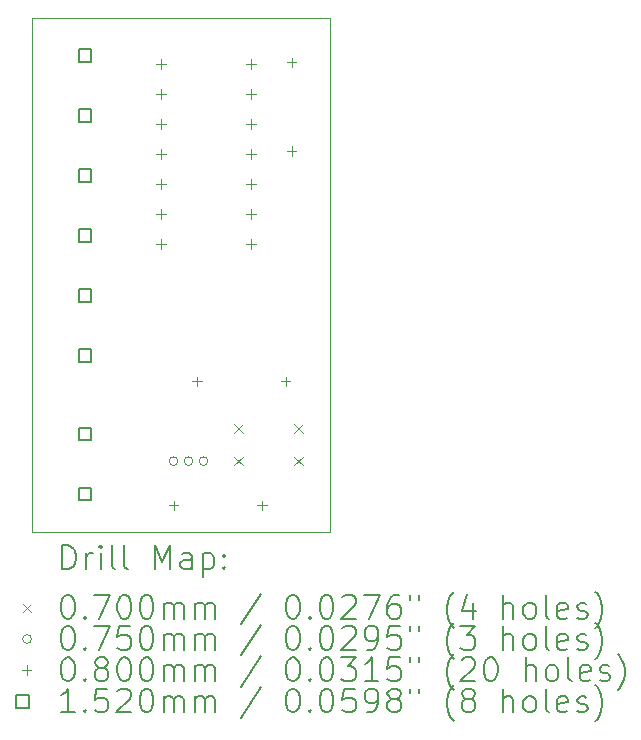
<source format=gbr>
%TF.GenerationSoftware,KiCad,Pcbnew,9.0.5-9.0.5~ubuntu25.04.1*%
%TF.CreationDate,2025-11-06T00:05:42-06:00*%
%TF.ProjectId,Return_Board,52657475-726e-45f4-926f-6172642e6b69,rev?*%
%TF.SameCoordinates,Original*%
%TF.FileFunction,Drillmap*%
%TF.FilePolarity,Positive*%
%FSLAX45Y45*%
G04 Gerber Fmt 4.5, Leading zero omitted, Abs format (unit mm)*
G04 Created by KiCad (PCBNEW 9.0.5-9.0.5~ubuntu25.04.1) date 2025-11-06 00:05:42*
%MOMM*%
%LPD*%
G01*
G04 APERTURE LIST*
%ADD10C,0.050000*%
%ADD11C,0.200000*%
%ADD12C,0.100000*%
%ADD13C,0.152000*%
G04 APERTURE END LIST*
D10*
X13225000Y-6750000D02*
X15750000Y-6750000D01*
X15750000Y-11100000D01*
X13225000Y-11100000D01*
X13225000Y-6750000D01*
D11*
D12*
X14941000Y-10190000D02*
X15011000Y-10260000D01*
X15011000Y-10190000D02*
X14941000Y-10260000D01*
X14941000Y-10465000D02*
X15011000Y-10535000D01*
X15011000Y-10465000D02*
X14941000Y-10535000D01*
X15449000Y-10190000D02*
X15519000Y-10260000D01*
X15519000Y-10190000D02*
X15449000Y-10260000D01*
X15449000Y-10465000D02*
X15519000Y-10535000D01*
X15519000Y-10465000D02*
X15449000Y-10535000D01*
X14462500Y-10500000D02*
G75*
G02*
X14387500Y-10500000I-37500J0D01*
G01*
X14387500Y-10500000D02*
G75*
G02*
X14462500Y-10500000I37500J0D01*
G01*
X14589500Y-10500000D02*
G75*
G02*
X14514500Y-10500000I-37500J0D01*
G01*
X14514500Y-10500000D02*
G75*
G02*
X14589500Y-10500000I37500J0D01*
G01*
X14716500Y-10500000D02*
G75*
G02*
X14641500Y-10500000I-37500J0D01*
G01*
X14641500Y-10500000D02*
G75*
G02*
X14716500Y-10500000I37500J0D01*
G01*
X14317500Y-7097500D02*
X14317500Y-7177500D01*
X14277500Y-7137500D02*
X14357500Y-7137500D01*
X14317500Y-7351500D02*
X14317500Y-7431500D01*
X14277500Y-7391500D02*
X14357500Y-7391500D01*
X14317500Y-7605500D02*
X14317500Y-7685500D01*
X14277500Y-7645500D02*
X14357500Y-7645500D01*
X14317500Y-7859500D02*
X14317500Y-7939500D01*
X14277500Y-7899500D02*
X14357500Y-7899500D01*
X14317500Y-8113500D02*
X14317500Y-8193500D01*
X14277500Y-8153500D02*
X14357500Y-8153500D01*
X14317500Y-8367500D02*
X14317500Y-8447500D01*
X14277500Y-8407500D02*
X14357500Y-8407500D01*
X14317500Y-8621500D02*
X14317500Y-8701500D01*
X14277500Y-8661500D02*
X14357500Y-8661500D01*
X14425000Y-10835000D02*
X14425000Y-10915000D01*
X14385000Y-10875000D02*
X14465000Y-10875000D01*
X14625000Y-9785000D02*
X14625000Y-9865000D01*
X14585000Y-9825000D02*
X14665000Y-9825000D01*
X15079500Y-7097500D02*
X15079500Y-7177500D01*
X15039500Y-7137500D02*
X15119500Y-7137500D01*
X15079500Y-7351500D02*
X15079500Y-7431500D01*
X15039500Y-7391500D02*
X15119500Y-7391500D01*
X15079500Y-7605500D02*
X15079500Y-7685500D01*
X15039500Y-7645500D02*
X15119500Y-7645500D01*
X15079500Y-7859500D02*
X15079500Y-7939500D01*
X15039500Y-7899500D02*
X15119500Y-7899500D01*
X15079500Y-8113500D02*
X15079500Y-8193500D01*
X15039500Y-8153500D02*
X15119500Y-8153500D01*
X15079500Y-8367500D02*
X15079500Y-8447500D01*
X15039500Y-8407500D02*
X15119500Y-8407500D01*
X15079500Y-8621500D02*
X15079500Y-8701500D01*
X15039500Y-8661500D02*
X15119500Y-8661500D01*
X15175000Y-10835000D02*
X15175000Y-10915000D01*
X15135000Y-10875000D02*
X15215000Y-10875000D01*
X15375000Y-9785000D02*
X15375000Y-9865000D01*
X15335000Y-9825000D02*
X15415000Y-9825000D01*
X15425000Y-7085000D02*
X15425000Y-7165000D01*
X15385000Y-7125000D02*
X15465000Y-7125000D01*
X15425000Y-7835000D02*
X15425000Y-7915000D01*
X15385000Y-7875000D02*
X15465000Y-7875000D01*
D13*
X13728741Y-7120741D02*
X13728741Y-7013259D01*
X13621259Y-7013259D01*
X13621259Y-7120741D01*
X13728741Y-7120741D01*
X13728741Y-7628741D02*
X13728741Y-7521259D01*
X13621259Y-7521259D01*
X13621259Y-7628741D01*
X13728741Y-7628741D01*
X13728741Y-8136741D02*
X13728741Y-8029259D01*
X13621259Y-8029259D01*
X13621259Y-8136741D01*
X13728741Y-8136741D01*
X13728741Y-8644741D02*
X13728741Y-8537259D01*
X13621259Y-8537259D01*
X13621259Y-8644741D01*
X13728741Y-8644741D01*
X13728741Y-9152741D02*
X13728741Y-9045259D01*
X13621259Y-9045259D01*
X13621259Y-9152741D01*
X13728741Y-9152741D01*
X13728741Y-9660741D02*
X13728741Y-9553259D01*
X13621259Y-9553259D01*
X13621259Y-9660741D01*
X13728741Y-9660741D01*
X13728741Y-10324741D02*
X13728741Y-10217259D01*
X13621259Y-10217259D01*
X13621259Y-10324741D01*
X13728741Y-10324741D01*
X13728741Y-10832741D02*
X13728741Y-10725259D01*
X13621259Y-10725259D01*
X13621259Y-10832741D01*
X13728741Y-10832741D01*
D11*
X13483277Y-11413984D02*
X13483277Y-11213984D01*
X13483277Y-11213984D02*
X13530896Y-11213984D01*
X13530896Y-11213984D02*
X13559467Y-11223508D01*
X13559467Y-11223508D02*
X13578515Y-11242555D01*
X13578515Y-11242555D02*
X13588039Y-11261603D01*
X13588039Y-11261603D02*
X13597562Y-11299698D01*
X13597562Y-11299698D02*
X13597562Y-11328269D01*
X13597562Y-11328269D02*
X13588039Y-11366365D01*
X13588039Y-11366365D02*
X13578515Y-11385412D01*
X13578515Y-11385412D02*
X13559467Y-11404460D01*
X13559467Y-11404460D02*
X13530896Y-11413984D01*
X13530896Y-11413984D02*
X13483277Y-11413984D01*
X13683277Y-11413984D02*
X13683277Y-11280650D01*
X13683277Y-11318746D02*
X13692801Y-11299698D01*
X13692801Y-11299698D02*
X13702324Y-11290174D01*
X13702324Y-11290174D02*
X13721372Y-11280650D01*
X13721372Y-11280650D02*
X13740420Y-11280650D01*
X13807086Y-11413984D02*
X13807086Y-11280650D01*
X13807086Y-11213984D02*
X13797562Y-11223508D01*
X13797562Y-11223508D02*
X13807086Y-11233031D01*
X13807086Y-11233031D02*
X13816610Y-11223508D01*
X13816610Y-11223508D02*
X13807086Y-11213984D01*
X13807086Y-11213984D02*
X13807086Y-11233031D01*
X13930896Y-11413984D02*
X13911848Y-11404460D01*
X13911848Y-11404460D02*
X13902324Y-11385412D01*
X13902324Y-11385412D02*
X13902324Y-11213984D01*
X14035658Y-11413984D02*
X14016610Y-11404460D01*
X14016610Y-11404460D02*
X14007086Y-11385412D01*
X14007086Y-11385412D02*
X14007086Y-11213984D01*
X14264229Y-11413984D02*
X14264229Y-11213984D01*
X14264229Y-11213984D02*
X14330896Y-11356841D01*
X14330896Y-11356841D02*
X14397562Y-11213984D01*
X14397562Y-11213984D02*
X14397562Y-11413984D01*
X14578515Y-11413984D02*
X14578515Y-11309222D01*
X14578515Y-11309222D02*
X14568991Y-11290174D01*
X14568991Y-11290174D02*
X14549943Y-11280650D01*
X14549943Y-11280650D02*
X14511848Y-11280650D01*
X14511848Y-11280650D02*
X14492801Y-11290174D01*
X14578515Y-11404460D02*
X14559467Y-11413984D01*
X14559467Y-11413984D02*
X14511848Y-11413984D01*
X14511848Y-11413984D02*
X14492801Y-11404460D01*
X14492801Y-11404460D02*
X14483277Y-11385412D01*
X14483277Y-11385412D02*
X14483277Y-11366365D01*
X14483277Y-11366365D02*
X14492801Y-11347317D01*
X14492801Y-11347317D02*
X14511848Y-11337793D01*
X14511848Y-11337793D02*
X14559467Y-11337793D01*
X14559467Y-11337793D02*
X14578515Y-11328269D01*
X14673753Y-11280650D02*
X14673753Y-11480650D01*
X14673753Y-11290174D02*
X14692801Y-11280650D01*
X14692801Y-11280650D02*
X14730896Y-11280650D01*
X14730896Y-11280650D02*
X14749943Y-11290174D01*
X14749943Y-11290174D02*
X14759467Y-11299698D01*
X14759467Y-11299698D02*
X14768991Y-11318746D01*
X14768991Y-11318746D02*
X14768991Y-11375888D01*
X14768991Y-11375888D02*
X14759467Y-11394936D01*
X14759467Y-11394936D02*
X14749943Y-11404460D01*
X14749943Y-11404460D02*
X14730896Y-11413984D01*
X14730896Y-11413984D02*
X14692801Y-11413984D01*
X14692801Y-11413984D02*
X14673753Y-11404460D01*
X14854705Y-11394936D02*
X14864229Y-11404460D01*
X14864229Y-11404460D02*
X14854705Y-11413984D01*
X14854705Y-11413984D02*
X14845182Y-11404460D01*
X14845182Y-11404460D02*
X14854705Y-11394936D01*
X14854705Y-11394936D02*
X14854705Y-11413984D01*
X14854705Y-11290174D02*
X14864229Y-11299698D01*
X14864229Y-11299698D02*
X14854705Y-11309222D01*
X14854705Y-11309222D02*
X14845182Y-11299698D01*
X14845182Y-11299698D02*
X14854705Y-11290174D01*
X14854705Y-11290174D02*
X14854705Y-11309222D01*
D12*
X13152500Y-11707500D02*
X13222500Y-11777500D01*
X13222500Y-11707500D02*
X13152500Y-11777500D01*
D11*
X13521372Y-11633984D02*
X13540420Y-11633984D01*
X13540420Y-11633984D02*
X13559467Y-11643508D01*
X13559467Y-11643508D02*
X13568991Y-11653031D01*
X13568991Y-11653031D02*
X13578515Y-11672079D01*
X13578515Y-11672079D02*
X13588039Y-11710174D01*
X13588039Y-11710174D02*
X13588039Y-11757793D01*
X13588039Y-11757793D02*
X13578515Y-11795888D01*
X13578515Y-11795888D02*
X13568991Y-11814936D01*
X13568991Y-11814936D02*
X13559467Y-11824460D01*
X13559467Y-11824460D02*
X13540420Y-11833984D01*
X13540420Y-11833984D02*
X13521372Y-11833984D01*
X13521372Y-11833984D02*
X13502324Y-11824460D01*
X13502324Y-11824460D02*
X13492801Y-11814936D01*
X13492801Y-11814936D02*
X13483277Y-11795888D01*
X13483277Y-11795888D02*
X13473753Y-11757793D01*
X13473753Y-11757793D02*
X13473753Y-11710174D01*
X13473753Y-11710174D02*
X13483277Y-11672079D01*
X13483277Y-11672079D02*
X13492801Y-11653031D01*
X13492801Y-11653031D02*
X13502324Y-11643508D01*
X13502324Y-11643508D02*
X13521372Y-11633984D01*
X13673753Y-11814936D02*
X13683277Y-11824460D01*
X13683277Y-11824460D02*
X13673753Y-11833984D01*
X13673753Y-11833984D02*
X13664229Y-11824460D01*
X13664229Y-11824460D02*
X13673753Y-11814936D01*
X13673753Y-11814936D02*
X13673753Y-11833984D01*
X13749943Y-11633984D02*
X13883277Y-11633984D01*
X13883277Y-11633984D02*
X13797562Y-11833984D01*
X13997562Y-11633984D02*
X14016610Y-11633984D01*
X14016610Y-11633984D02*
X14035658Y-11643508D01*
X14035658Y-11643508D02*
X14045182Y-11653031D01*
X14045182Y-11653031D02*
X14054705Y-11672079D01*
X14054705Y-11672079D02*
X14064229Y-11710174D01*
X14064229Y-11710174D02*
X14064229Y-11757793D01*
X14064229Y-11757793D02*
X14054705Y-11795888D01*
X14054705Y-11795888D02*
X14045182Y-11814936D01*
X14045182Y-11814936D02*
X14035658Y-11824460D01*
X14035658Y-11824460D02*
X14016610Y-11833984D01*
X14016610Y-11833984D02*
X13997562Y-11833984D01*
X13997562Y-11833984D02*
X13978515Y-11824460D01*
X13978515Y-11824460D02*
X13968991Y-11814936D01*
X13968991Y-11814936D02*
X13959467Y-11795888D01*
X13959467Y-11795888D02*
X13949943Y-11757793D01*
X13949943Y-11757793D02*
X13949943Y-11710174D01*
X13949943Y-11710174D02*
X13959467Y-11672079D01*
X13959467Y-11672079D02*
X13968991Y-11653031D01*
X13968991Y-11653031D02*
X13978515Y-11643508D01*
X13978515Y-11643508D02*
X13997562Y-11633984D01*
X14188039Y-11633984D02*
X14207086Y-11633984D01*
X14207086Y-11633984D02*
X14226134Y-11643508D01*
X14226134Y-11643508D02*
X14235658Y-11653031D01*
X14235658Y-11653031D02*
X14245182Y-11672079D01*
X14245182Y-11672079D02*
X14254705Y-11710174D01*
X14254705Y-11710174D02*
X14254705Y-11757793D01*
X14254705Y-11757793D02*
X14245182Y-11795888D01*
X14245182Y-11795888D02*
X14235658Y-11814936D01*
X14235658Y-11814936D02*
X14226134Y-11824460D01*
X14226134Y-11824460D02*
X14207086Y-11833984D01*
X14207086Y-11833984D02*
X14188039Y-11833984D01*
X14188039Y-11833984D02*
X14168991Y-11824460D01*
X14168991Y-11824460D02*
X14159467Y-11814936D01*
X14159467Y-11814936D02*
X14149943Y-11795888D01*
X14149943Y-11795888D02*
X14140420Y-11757793D01*
X14140420Y-11757793D02*
X14140420Y-11710174D01*
X14140420Y-11710174D02*
X14149943Y-11672079D01*
X14149943Y-11672079D02*
X14159467Y-11653031D01*
X14159467Y-11653031D02*
X14168991Y-11643508D01*
X14168991Y-11643508D02*
X14188039Y-11633984D01*
X14340420Y-11833984D02*
X14340420Y-11700650D01*
X14340420Y-11719698D02*
X14349943Y-11710174D01*
X14349943Y-11710174D02*
X14368991Y-11700650D01*
X14368991Y-11700650D02*
X14397563Y-11700650D01*
X14397563Y-11700650D02*
X14416610Y-11710174D01*
X14416610Y-11710174D02*
X14426134Y-11729222D01*
X14426134Y-11729222D02*
X14426134Y-11833984D01*
X14426134Y-11729222D02*
X14435658Y-11710174D01*
X14435658Y-11710174D02*
X14454705Y-11700650D01*
X14454705Y-11700650D02*
X14483277Y-11700650D01*
X14483277Y-11700650D02*
X14502324Y-11710174D01*
X14502324Y-11710174D02*
X14511848Y-11729222D01*
X14511848Y-11729222D02*
X14511848Y-11833984D01*
X14607086Y-11833984D02*
X14607086Y-11700650D01*
X14607086Y-11719698D02*
X14616610Y-11710174D01*
X14616610Y-11710174D02*
X14635658Y-11700650D01*
X14635658Y-11700650D02*
X14664229Y-11700650D01*
X14664229Y-11700650D02*
X14683277Y-11710174D01*
X14683277Y-11710174D02*
X14692801Y-11729222D01*
X14692801Y-11729222D02*
X14692801Y-11833984D01*
X14692801Y-11729222D02*
X14702324Y-11710174D01*
X14702324Y-11710174D02*
X14721372Y-11700650D01*
X14721372Y-11700650D02*
X14749943Y-11700650D01*
X14749943Y-11700650D02*
X14768991Y-11710174D01*
X14768991Y-11710174D02*
X14778515Y-11729222D01*
X14778515Y-11729222D02*
X14778515Y-11833984D01*
X15168991Y-11624460D02*
X14997563Y-11881603D01*
X15426134Y-11633984D02*
X15445182Y-11633984D01*
X15445182Y-11633984D02*
X15464229Y-11643508D01*
X15464229Y-11643508D02*
X15473753Y-11653031D01*
X15473753Y-11653031D02*
X15483277Y-11672079D01*
X15483277Y-11672079D02*
X15492801Y-11710174D01*
X15492801Y-11710174D02*
X15492801Y-11757793D01*
X15492801Y-11757793D02*
X15483277Y-11795888D01*
X15483277Y-11795888D02*
X15473753Y-11814936D01*
X15473753Y-11814936D02*
X15464229Y-11824460D01*
X15464229Y-11824460D02*
X15445182Y-11833984D01*
X15445182Y-11833984D02*
X15426134Y-11833984D01*
X15426134Y-11833984D02*
X15407086Y-11824460D01*
X15407086Y-11824460D02*
X15397563Y-11814936D01*
X15397563Y-11814936D02*
X15388039Y-11795888D01*
X15388039Y-11795888D02*
X15378515Y-11757793D01*
X15378515Y-11757793D02*
X15378515Y-11710174D01*
X15378515Y-11710174D02*
X15388039Y-11672079D01*
X15388039Y-11672079D02*
X15397563Y-11653031D01*
X15397563Y-11653031D02*
X15407086Y-11643508D01*
X15407086Y-11643508D02*
X15426134Y-11633984D01*
X15578515Y-11814936D02*
X15588039Y-11824460D01*
X15588039Y-11824460D02*
X15578515Y-11833984D01*
X15578515Y-11833984D02*
X15568991Y-11824460D01*
X15568991Y-11824460D02*
X15578515Y-11814936D01*
X15578515Y-11814936D02*
X15578515Y-11833984D01*
X15711848Y-11633984D02*
X15730896Y-11633984D01*
X15730896Y-11633984D02*
X15749944Y-11643508D01*
X15749944Y-11643508D02*
X15759467Y-11653031D01*
X15759467Y-11653031D02*
X15768991Y-11672079D01*
X15768991Y-11672079D02*
X15778515Y-11710174D01*
X15778515Y-11710174D02*
X15778515Y-11757793D01*
X15778515Y-11757793D02*
X15768991Y-11795888D01*
X15768991Y-11795888D02*
X15759467Y-11814936D01*
X15759467Y-11814936D02*
X15749944Y-11824460D01*
X15749944Y-11824460D02*
X15730896Y-11833984D01*
X15730896Y-11833984D02*
X15711848Y-11833984D01*
X15711848Y-11833984D02*
X15692801Y-11824460D01*
X15692801Y-11824460D02*
X15683277Y-11814936D01*
X15683277Y-11814936D02*
X15673753Y-11795888D01*
X15673753Y-11795888D02*
X15664229Y-11757793D01*
X15664229Y-11757793D02*
X15664229Y-11710174D01*
X15664229Y-11710174D02*
X15673753Y-11672079D01*
X15673753Y-11672079D02*
X15683277Y-11653031D01*
X15683277Y-11653031D02*
X15692801Y-11643508D01*
X15692801Y-11643508D02*
X15711848Y-11633984D01*
X15854706Y-11653031D02*
X15864229Y-11643508D01*
X15864229Y-11643508D02*
X15883277Y-11633984D01*
X15883277Y-11633984D02*
X15930896Y-11633984D01*
X15930896Y-11633984D02*
X15949944Y-11643508D01*
X15949944Y-11643508D02*
X15959467Y-11653031D01*
X15959467Y-11653031D02*
X15968991Y-11672079D01*
X15968991Y-11672079D02*
X15968991Y-11691127D01*
X15968991Y-11691127D02*
X15959467Y-11719698D01*
X15959467Y-11719698D02*
X15845182Y-11833984D01*
X15845182Y-11833984D02*
X15968991Y-11833984D01*
X16035658Y-11633984D02*
X16168991Y-11633984D01*
X16168991Y-11633984D02*
X16083277Y-11833984D01*
X16330896Y-11633984D02*
X16292801Y-11633984D01*
X16292801Y-11633984D02*
X16273753Y-11643508D01*
X16273753Y-11643508D02*
X16264229Y-11653031D01*
X16264229Y-11653031D02*
X16245182Y-11681603D01*
X16245182Y-11681603D02*
X16235658Y-11719698D01*
X16235658Y-11719698D02*
X16235658Y-11795888D01*
X16235658Y-11795888D02*
X16245182Y-11814936D01*
X16245182Y-11814936D02*
X16254706Y-11824460D01*
X16254706Y-11824460D02*
X16273753Y-11833984D01*
X16273753Y-11833984D02*
X16311848Y-11833984D01*
X16311848Y-11833984D02*
X16330896Y-11824460D01*
X16330896Y-11824460D02*
X16340420Y-11814936D01*
X16340420Y-11814936D02*
X16349944Y-11795888D01*
X16349944Y-11795888D02*
X16349944Y-11748269D01*
X16349944Y-11748269D02*
X16340420Y-11729222D01*
X16340420Y-11729222D02*
X16330896Y-11719698D01*
X16330896Y-11719698D02*
X16311848Y-11710174D01*
X16311848Y-11710174D02*
X16273753Y-11710174D01*
X16273753Y-11710174D02*
X16254706Y-11719698D01*
X16254706Y-11719698D02*
X16245182Y-11729222D01*
X16245182Y-11729222D02*
X16235658Y-11748269D01*
X16426134Y-11633984D02*
X16426134Y-11672079D01*
X16502325Y-11633984D02*
X16502325Y-11672079D01*
X16797563Y-11910174D02*
X16788039Y-11900650D01*
X16788039Y-11900650D02*
X16768991Y-11872079D01*
X16768991Y-11872079D02*
X16759468Y-11853031D01*
X16759468Y-11853031D02*
X16749944Y-11824460D01*
X16749944Y-11824460D02*
X16740420Y-11776841D01*
X16740420Y-11776841D02*
X16740420Y-11738746D01*
X16740420Y-11738746D02*
X16749944Y-11691127D01*
X16749944Y-11691127D02*
X16759468Y-11662555D01*
X16759468Y-11662555D02*
X16768991Y-11643508D01*
X16768991Y-11643508D02*
X16788039Y-11614936D01*
X16788039Y-11614936D02*
X16797563Y-11605412D01*
X16959468Y-11700650D02*
X16959468Y-11833984D01*
X16911849Y-11624460D02*
X16864230Y-11767317D01*
X16864230Y-11767317D02*
X16988039Y-11767317D01*
X17216611Y-11833984D02*
X17216611Y-11633984D01*
X17302325Y-11833984D02*
X17302325Y-11729222D01*
X17302325Y-11729222D02*
X17292801Y-11710174D01*
X17292801Y-11710174D02*
X17273753Y-11700650D01*
X17273753Y-11700650D02*
X17245182Y-11700650D01*
X17245182Y-11700650D02*
X17226134Y-11710174D01*
X17226134Y-11710174D02*
X17216611Y-11719698D01*
X17426134Y-11833984D02*
X17407087Y-11824460D01*
X17407087Y-11824460D02*
X17397563Y-11814936D01*
X17397563Y-11814936D02*
X17388039Y-11795888D01*
X17388039Y-11795888D02*
X17388039Y-11738746D01*
X17388039Y-11738746D02*
X17397563Y-11719698D01*
X17397563Y-11719698D02*
X17407087Y-11710174D01*
X17407087Y-11710174D02*
X17426134Y-11700650D01*
X17426134Y-11700650D02*
X17454706Y-11700650D01*
X17454706Y-11700650D02*
X17473753Y-11710174D01*
X17473753Y-11710174D02*
X17483277Y-11719698D01*
X17483277Y-11719698D02*
X17492801Y-11738746D01*
X17492801Y-11738746D02*
X17492801Y-11795888D01*
X17492801Y-11795888D02*
X17483277Y-11814936D01*
X17483277Y-11814936D02*
X17473753Y-11824460D01*
X17473753Y-11824460D02*
X17454706Y-11833984D01*
X17454706Y-11833984D02*
X17426134Y-11833984D01*
X17607087Y-11833984D02*
X17588039Y-11824460D01*
X17588039Y-11824460D02*
X17578515Y-11805412D01*
X17578515Y-11805412D02*
X17578515Y-11633984D01*
X17759468Y-11824460D02*
X17740420Y-11833984D01*
X17740420Y-11833984D02*
X17702325Y-11833984D01*
X17702325Y-11833984D02*
X17683277Y-11824460D01*
X17683277Y-11824460D02*
X17673753Y-11805412D01*
X17673753Y-11805412D02*
X17673753Y-11729222D01*
X17673753Y-11729222D02*
X17683277Y-11710174D01*
X17683277Y-11710174D02*
X17702325Y-11700650D01*
X17702325Y-11700650D02*
X17740420Y-11700650D01*
X17740420Y-11700650D02*
X17759468Y-11710174D01*
X17759468Y-11710174D02*
X17768992Y-11729222D01*
X17768992Y-11729222D02*
X17768992Y-11748269D01*
X17768992Y-11748269D02*
X17673753Y-11767317D01*
X17845182Y-11824460D02*
X17864230Y-11833984D01*
X17864230Y-11833984D02*
X17902325Y-11833984D01*
X17902325Y-11833984D02*
X17921373Y-11824460D01*
X17921373Y-11824460D02*
X17930896Y-11805412D01*
X17930896Y-11805412D02*
X17930896Y-11795888D01*
X17930896Y-11795888D02*
X17921373Y-11776841D01*
X17921373Y-11776841D02*
X17902325Y-11767317D01*
X17902325Y-11767317D02*
X17873753Y-11767317D01*
X17873753Y-11767317D02*
X17854706Y-11757793D01*
X17854706Y-11757793D02*
X17845182Y-11738746D01*
X17845182Y-11738746D02*
X17845182Y-11729222D01*
X17845182Y-11729222D02*
X17854706Y-11710174D01*
X17854706Y-11710174D02*
X17873753Y-11700650D01*
X17873753Y-11700650D02*
X17902325Y-11700650D01*
X17902325Y-11700650D02*
X17921373Y-11710174D01*
X17997563Y-11910174D02*
X18007087Y-11900650D01*
X18007087Y-11900650D02*
X18026134Y-11872079D01*
X18026134Y-11872079D02*
X18035658Y-11853031D01*
X18035658Y-11853031D02*
X18045182Y-11824460D01*
X18045182Y-11824460D02*
X18054706Y-11776841D01*
X18054706Y-11776841D02*
X18054706Y-11738746D01*
X18054706Y-11738746D02*
X18045182Y-11691127D01*
X18045182Y-11691127D02*
X18035658Y-11662555D01*
X18035658Y-11662555D02*
X18026134Y-11643508D01*
X18026134Y-11643508D02*
X18007087Y-11614936D01*
X18007087Y-11614936D02*
X17997563Y-11605412D01*
D12*
X13222500Y-12006500D02*
G75*
G02*
X13147500Y-12006500I-37500J0D01*
G01*
X13147500Y-12006500D02*
G75*
G02*
X13222500Y-12006500I37500J0D01*
G01*
D11*
X13521372Y-11897984D02*
X13540420Y-11897984D01*
X13540420Y-11897984D02*
X13559467Y-11907508D01*
X13559467Y-11907508D02*
X13568991Y-11917031D01*
X13568991Y-11917031D02*
X13578515Y-11936079D01*
X13578515Y-11936079D02*
X13588039Y-11974174D01*
X13588039Y-11974174D02*
X13588039Y-12021793D01*
X13588039Y-12021793D02*
X13578515Y-12059888D01*
X13578515Y-12059888D02*
X13568991Y-12078936D01*
X13568991Y-12078936D02*
X13559467Y-12088460D01*
X13559467Y-12088460D02*
X13540420Y-12097984D01*
X13540420Y-12097984D02*
X13521372Y-12097984D01*
X13521372Y-12097984D02*
X13502324Y-12088460D01*
X13502324Y-12088460D02*
X13492801Y-12078936D01*
X13492801Y-12078936D02*
X13483277Y-12059888D01*
X13483277Y-12059888D02*
X13473753Y-12021793D01*
X13473753Y-12021793D02*
X13473753Y-11974174D01*
X13473753Y-11974174D02*
X13483277Y-11936079D01*
X13483277Y-11936079D02*
X13492801Y-11917031D01*
X13492801Y-11917031D02*
X13502324Y-11907508D01*
X13502324Y-11907508D02*
X13521372Y-11897984D01*
X13673753Y-12078936D02*
X13683277Y-12088460D01*
X13683277Y-12088460D02*
X13673753Y-12097984D01*
X13673753Y-12097984D02*
X13664229Y-12088460D01*
X13664229Y-12088460D02*
X13673753Y-12078936D01*
X13673753Y-12078936D02*
X13673753Y-12097984D01*
X13749943Y-11897984D02*
X13883277Y-11897984D01*
X13883277Y-11897984D02*
X13797562Y-12097984D01*
X14054705Y-11897984D02*
X13959467Y-11897984D01*
X13959467Y-11897984D02*
X13949943Y-11993222D01*
X13949943Y-11993222D02*
X13959467Y-11983698D01*
X13959467Y-11983698D02*
X13978515Y-11974174D01*
X13978515Y-11974174D02*
X14026134Y-11974174D01*
X14026134Y-11974174D02*
X14045182Y-11983698D01*
X14045182Y-11983698D02*
X14054705Y-11993222D01*
X14054705Y-11993222D02*
X14064229Y-12012269D01*
X14064229Y-12012269D02*
X14064229Y-12059888D01*
X14064229Y-12059888D02*
X14054705Y-12078936D01*
X14054705Y-12078936D02*
X14045182Y-12088460D01*
X14045182Y-12088460D02*
X14026134Y-12097984D01*
X14026134Y-12097984D02*
X13978515Y-12097984D01*
X13978515Y-12097984D02*
X13959467Y-12088460D01*
X13959467Y-12088460D02*
X13949943Y-12078936D01*
X14188039Y-11897984D02*
X14207086Y-11897984D01*
X14207086Y-11897984D02*
X14226134Y-11907508D01*
X14226134Y-11907508D02*
X14235658Y-11917031D01*
X14235658Y-11917031D02*
X14245182Y-11936079D01*
X14245182Y-11936079D02*
X14254705Y-11974174D01*
X14254705Y-11974174D02*
X14254705Y-12021793D01*
X14254705Y-12021793D02*
X14245182Y-12059888D01*
X14245182Y-12059888D02*
X14235658Y-12078936D01*
X14235658Y-12078936D02*
X14226134Y-12088460D01*
X14226134Y-12088460D02*
X14207086Y-12097984D01*
X14207086Y-12097984D02*
X14188039Y-12097984D01*
X14188039Y-12097984D02*
X14168991Y-12088460D01*
X14168991Y-12088460D02*
X14159467Y-12078936D01*
X14159467Y-12078936D02*
X14149943Y-12059888D01*
X14149943Y-12059888D02*
X14140420Y-12021793D01*
X14140420Y-12021793D02*
X14140420Y-11974174D01*
X14140420Y-11974174D02*
X14149943Y-11936079D01*
X14149943Y-11936079D02*
X14159467Y-11917031D01*
X14159467Y-11917031D02*
X14168991Y-11907508D01*
X14168991Y-11907508D02*
X14188039Y-11897984D01*
X14340420Y-12097984D02*
X14340420Y-11964650D01*
X14340420Y-11983698D02*
X14349943Y-11974174D01*
X14349943Y-11974174D02*
X14368991Y-11964650D01*
X14368991Y-11964650D02*
X14397563Y-11964650D01*
X14397563Y-11964650D02*
X14416610Y-11974174D01*
X14416610Y-11974174D02*
X14426134Y-11993222D01*
X14426134Y-11993222D02*
X14426134Y-12097984D01*
X14426134Y-11993222D02*
X14435658Y-11974174D01*
X14435658Y-11974174D02*
X14454705Y-11964650D01*
X14454705Y-11964650D02*
X14483277Y-11964650D01*
X14483277Y-11964650D02*
X14502324Y-11974174D01*
X14502324Y-11974174D02*
X14511848Y-11993222D01*
X14511848Y-11993222D02*
X14511848Y-12097984D01*
X14607086Y-12097984D02*
X14607086Y-11964650D01*
X14607086Y-11983698D02*
X14616610Y-11974174D01*
X14616610Y-11974174D02*
X14635658Y-11964650D01*
X14635658Y-11964650D02*
X14664229Y-11964650D01*
X14664229Y-11964650D02*
X14683277Y-11974174D01*
X14683277Y-11974174D02*
X14692801Y-11993222D01*
X14692801Y-11993222D02*
X14692801Y-12097984D01*
X14692801Y-11993222D02*
X14702324Y-11974174D01*
X14702324Y-11974174D02*
X14721372Y-11964650D01*
X14721372Y-11964650D02*
X14749943Y-11964650D01*
X14749943Y-11964650D02*
X14768991Y-11974174D01*
X14768991Y-11974174D02*
X14778515Y-11993222D01*
X14778515Y-11993222D02*
X14778515Y-12097984D01*
X15168991Y-11888460D02*
X14997563Y-12145603D01*
X15426134Y-11897984D02*
X15445182Y-11897984D01*
X15445182Y-11897984D02*
X15464229Y-11907508D01*
X15464229Y-11907508D02*
X15473753Y-11917031D01*
X15473753Y-11917031D02*
X15483277Y-11936079D01*
X15483277Y-11936079D02*
X15492801Y-11974174D01*
X15492801Y-11974174D02*
X15492801Y-12021793D01*
X15492801Y-12021793D02*
X15483277Y-12059888D01*
X15483277Y-12059888D02*
X15473753Y-12078936D01*
X15473753Y-12078936D02*
X15464229Y-12088460D01*
X15464229Y-12088460D02*
X15445182Y-12097984D01*
X15445182Y-12097984D02*
X15426134Y-12097984D01*
X15426134Y-12097984D02*
X15407086Y-12088460D01*
X15407086Y-12088460D02*
X15397563Y-12078936D01*
X15397563Y-12078936D02*
X15388039Y-12059888D01*
X15388039Y-12059888D02*
X15378515Y-12021793D01*
X15378515Y-12021793D02*
X15378515Y-11974174D01*
X15378515Y-11974174D02*
X15388039Y-11936079D01*
X15388039Y-11936079D02*
X15397563Y-11917031D01*
X15397563Y-11917031D02*
X15407086Y-11907508D01*
X15407086Y-11907508D02*
X15426134Y-11897984D01*
X15578515Y-12078936D02*
X15588039Y-12088460D01*
X15588039Y-12088460D02*
X15578515Y-12097984D01*
X15578515Y-12097984D02*
X15568991Y-12088460D01*
X15568991Y-12088460D02*
X15578515Y-12078936D01*
X15578515Y-12078936D02*
X15578515Y-12097984D01*
X15711848Y-11897984D02*
X15730896Y-11897984D01*
X15730896Y-11897984D02*
X15749944Y-11907508D01*
X15749944Y-11907508D02*
X15759467Y-11917031D01*
X15759467Y-11917031D02*
X15768991Y-11936079D01*
X15768991Y-11936079D02*
X15778515Y-11974174D01*
X15778515Y-11974174D02*
X15778515Y-12021793D01*
X15778515Y-12021793D02*
X15768991Y-12059888D01*
X15768991Y-12059888D02*
X15759467Y-12078936D01*
X15759467Y-12078936D02*
X15749944Y-12088460D01*
X15749944Y-12088460D02*
X15730896Y-12097984D01*
X15730896Y-12097984D02*
X15711848Y-12097984D01*
X15711848Y-12097984D02*
X15692801Y-12088460D01*
X15692801Y-12088460D02*
X15683277Y-12078936D01*
X15683277Y-12078936D02*
X15673753Y-12059888D01*
X15673753Y-12059888D02*
X15664229Y-12021793D01*
X15664229Y-12021793D02*
X15664229Y-11974174D01*
X15664229Y-11974174D02*
X15673753Y-11936079D01*
X15673753Y-11936079D02*
X15683277Y-11917031D01*
X15683277Y-11917031D02*
X15692801Y-11907508D01*
X15692801Y-11907508D02*
X15711848Y-11897984D01*
X15854706Y-11917031D02*
X15864229Y-11907508D01*
X15864229Y-11907508D02*
X15883277Y-11897984D01*
X15883277Y-11897984D02*
X15930896Y-11897984D01*
X15930896Y-11897984D02*
X15949944Y-11907508D01*
X15949944Y-11907508D02*
X15959467Y-11917031D01*
X15959467Y-11917031D02*
X15968991Y-11936079D01*
X15968991Y-11936079D02*
X15968991Y-11955127D01*
X15968991Y-11955127D02*
X15959467Y-11983698D01*
X15959467Y-11983698D02*
X15845182Y-12097984D01*
X15845182Y-12097984D02*
X15968991Y-12097984D01*
X16064229Y-12097984D02*
X16102325Y-12097984D01*
X16102325Y-12097984D02*
X16121372Y-12088460D01*
X16121372Y-12088460D02*
X16130896Y-12078936D01*
X16130896Y-12078936D02*
X16149944Y-12050365D01*
X16149944Y-12050365D02*
X16159467Y-12012269D01*
X16159467Y-12012269D02*
X16159467Y-11936079D01*
X16159467Y-11936079D02*
X16149944Y-11917031D01*
X16149944Y-11917031D02*
X16140420Y-11907508D01*
X16140420Y-11907508D02*
X16121372Y-11897984D01*
X16121372Y-11897984D02*
X16083277Y-11897984D01*
X16083277Y-11897984D02*
X16064229Y-11907508D01*
X16064229Y-11907508D02*
X16054706Y-11917031D01*
X16054706Y-11917031D02*
X16045182Y-11936079D01*
X16045182Y-11936079D02*
X16045182Y-11983698D01*
X16045182Y-11983698D02*
X16054706Y-12002746D01*
X16054706Y-12002746D02*
X16064229Y-12012269D01*
X16064229Y-12012269D02*
X16083277Y-12021793D01*
X16083277Y-12021793D02*
X16121372Y-12021793D01*
X16121372Y-12021793D02*
X16140420Y-12012269D01*
X16140420Y-12012269D02*
X16149944Y-12002746D01*
X16149944Y-12002746D02*
X16159467Y-11983698D01*
X16340420Y-11897984D02*
X16245182Y-11897984D01*
X16245182Y-11897984D02*
X16235658Y-11993222D01*
X16235658Y-11993222D02*
X16245182Y-11983698D01*
X16245182Y-11983698D02*
X16264229Y-11974174D01*
X16264229Y-11974174D02*
X16311848Y-11974174D01*
X16311848Y-11974174D02*
X16330896Y-11983698D01*
X16330896Y-11983698D02*
X16340420Y-11993222D01*
X16340420Y-11993222D02*
X16349944Y-12012269D01*
X16349944Y-12012269D02*
X16349944Y-12059888D01*
X16349944Y-12059888D02*
X16340420Y-12078936D01*
X16340420Y-12078936D02*
X16330896Y-12088460D01*
X16330896Y-12088460D02*
X16311848Y-12097984D01*
X16311848Y-12097984D02*
X16264229Y-12097984D01*
X16264229Y-12097984D02*
X16245182Y-12088460D01*
X16245182Y-12088460D02*
X16235658Y-12078936D01*
X16426134Y-11897984D02*
X16426134Y-11936079D01*
X16502325Y-11897984D02*
X16502325Y-11936079D01*
X16797563Y-12174174D02*
X16788039Y-12164650D01*
X16788039Y-12164650D02*
X16768991Y-12136079D01*
X16768991Y-12136079D02*
X16759468Y-12117031D01*
X16759468Y-12117031D02*
X16749944Y-12088460D01*
X16749944Y-12088460D02*
X16740420Y-12040841D01*
X16740420Y-12040841D02*
X16740420Y-12002746D01*
X16740420Y-12002746D02*
X16749944Y-11955127D01*
X16749944Y-11955127D02*
X16759468Y-11926555D01*
X16759468Y-11926555D02*
X16768991Y-11907508D01*
X16768991Y-11907508D02*
X16788039Y-11878936D01*
X16788039Y-11878936D02*
X16797563Y-11869412D01*
X16854706Y-11897984D02*
X16978515Y-11897984D01*
X16978515Y-11897984D02*
X16911849Y-11974174D01*
X16911849Y-11974174D02*
X16940420Y-11974174D01*
X16940420Y-11974174D02*
X16959468Y-11983698D01*
X16959468Y-11983698D02*
X16968991Y-11993222D01*
X16968991Y-11993222D02*
X16978515Y-12012269D01*
X16978515Y-12012269D02*
X16978515Y-12059888D01*
X16978515Y-12059888D02*
X16968991Y-12078936D01*
X16968991Y-12078936D02*
X16959468Y-12088460D01*
X16959468Y-12088460D02*
X16940420Y-12097984D01*
X16940420Y-12097984D02*
X16883277Y-12097984D01*
X16883277Y-12097984D02*
X16864230Y-12088460D01*
X16864230Y-12088460D02*
X16854706Y-12078936D01*
X17216611Y-12097984D02*
X17216611Y-11897984D01*
X17302325Y-12097984D02*
X17302325Y-11993222D01*
X17302325Y-11993222D02*
X17292801Y-11974174D01*
X17292801Y-11974174D02*
X17273753Y-11964650D01*
X17273753Y-11964650D02*
X17245182Y-11964650D01*
X17245182Y-11964650D02*
X17226134Y-11974174D01*
X17226134Y-11974174D02*
X17216611Y-11983698D01*
X17426134Y-12097984D02*
X17407087Y-12088460D01*
X17407087Y-12088460D02*
X17397563Y-12078936D01*
X17397563Y-12078936D02*
X17388039Y-12059888D01*
X17388039Y-12059888D02*
X17388039Y-12002746D01*
X17388039Y-12002746D02*
X17397563Y-11983698D01*
X17397563Y-11983698D02*
X17407087Y-11974174D01*
X17407087Y-11974174D02*
X17426134Y-11964650D01*
X17426134Y-11964650D02*
X17454706Y-11964650D01*
X17454706Y-11964650D02*
X17473753Y-11974174D01*
X17473753Y-11974174D02*
X17483277Y-11983698D01*
X17483277Y-11983698D02*
X17492801Y-12002746D01*
X17492801Y-12002746D02*
X17492801Y-12059888D01*
X17492801Y-12059888D02*
X17483277Y-12078936D01*
X17483277Y-12078936D02*
X17473753Y-12088460D01*
X17473753Y-12088460D02*
X17454706Y-12097984D01*
X17454706Y-12097984D02*
X17426134Y-12097984D01*
X17607087Y-12097984D02*
X17588039Y-12088460D01*
X17588039Y-12088460D02*
X17578515Y-12069412D01*
X17578515Y-12069412D02*
X17578515Y-11897984D01*
X17759468Y-12088460D02*
X17740420Y-12097984D01*
X17740420Y-12097984D02*
X17702325Y-12097984D01*
X17702325Y-12097984D02*
X17683277Y-12088460D01*
X17683277Y-12088460D02*
X17673753Y-12069412D01*
X17673753Y-12069412D02*
X17673753Y-11993222D01*
X17673753Y-11993222D02*
X17683277Y-11974174D01*
X17683277Y-11974174D02*
X17702325Y-11964650D01*
X17702325Y-11964650D02*
X17740420Y-11964650D01*
X17740420Y-11964650D02*
X17759468Y-11974174D01*
X17759468Y-11974174D02*
X17768992Y-11993222D01*
X17768992Y-11993222D02*
X17768992Y-12012269D01*
X17768992Y-12012269D02*
X17673753Y-12031317D01*
X17845182Y-12088460D02*
X17864230Y-12097984D01*
X17864230Y-12097984D02*
X17902325Y-12097984D01*
X17902325Y-12097984D02*
X17921373Y-12088460D01*
X17921373Y-12088460D02*
X17930896Y-12069412D01*
X17930896Y-12069412D02*
X17930896Y-12059888D01*
X17930896Y-12059888D02*
X17921373Y-12040841D01*
X17921373Y-12040841D02*
X17902325Y-12031317D01*
X17902325Y-12031317D02*
X17873753Y-12031317D01*
X17873753Y-12031317D02*
X17854706Y-12021793D01*
X17854706Y-12021793D02*
X17845182Y-12002746D01*
X17845182Y-12002746D02*
X17845182Y-11993222D01*
X17845182Y-11993222D02*
X17854706Y-11974174D01*
X17854706Y-11974174D02*
X17873753Y-11964650D01*
X17873753Y-11964650D02*
X17902325Y-11964650D01*
X17902325Y-11964650D02*
X17921373Y-11974174D01*
X17997563Y-12174174D02*
X18007087Y-12164650D01*
X18007087Y-12164650D02*
X18026134Y-12136079D01*
X18026134Y-12136079D02*
X18035658Y-12117031D01*
X18035658Y-12117031D02*
X18045182Y-12088460D01*
X18045182Y-12088460D02*
X18054706Y-12040841D01*
X18054706Y-12040841D02*
X18054706Y-12002746D01*
X18054706Y-12002746D02*
X18045182Y-11955127D01*
X18045182Y-11955127D02*
X18035658Y-11926555D01*
X18035658Y-11926555D02*
X18026134Y-11907508D01*
X18026134Y-11907508D02*
X18007087Y-11878936D01*
X18007087Y-11878936D02*
X17997563Y-11869412D01*
D12*
X13182500Y-12230500D02*
X13182500Y-12310500D01*
X13142500Y-12270500D02*
X13222500Y-12270500D01*
D11*
X13521372Y-12161984D02*
X13540420Y-12161984D01*
X13540420Y-12161984D02*
X13559467Y-12171508D01*
X13559467Y-12171508D02*
X13568991Y-12181031D01*
X13568991Y-12181031D02*
X13578515Y-12200079D01*
X13578515Y-12200079D02*
X13588039Y-12238174D01*
X13588039Y-12238174D02*
X13588039Y-12285793D01*
X13588039Y-12285793D02*
X13578515Y-12323888D01*
X13578515Y-12323888D02*
X13568991Y-12342936D01*
X13568991Y-12342936D02*
X13559467Y-12352460D01*
X13559467Y-12352460D02*
X13540420Y-12361984D01*
X13540420Y-12361984D02*
X13521372Y-12361984D01*
X13521372Y-12361984D02*
X13502324Y-12352460D01*
X13502324Y-12352460D02*
X13492801Y-12342936D01*
X13492801Y-12342936D02*
X13483277Y-12323888D01*
X13483277Y-12323888D02*
X13473753Y-12285793D01*
X13473753Y-12285793D02*
X13473753Y-12238174D01*
X13473753Y-12238174D02*
X13483277Y-12200079D01*
X13483277Y-12200079D02*
X13492801Y-12181031D01*
X13492801Y-12181031D02*
X13502324Y-12171508D01*
X13502324Y-12171508D02*
X13521372Y-12161984D01*
X13673753Y-12342936D02*
X13683277Y-12352460D01*
X13683277Y-12352460D02*
X13673753Y-12361984D01*
X13673753Y-12361984D02*
X13664229Y-12352460D01*
X13664229Y-12352460D02*
X13673753Y-12342936D01*
X13673753Y-12342936D02*
X13673753Y-12361984D01*
X13797562Y-12247698D02*
X13778515Y-12238174D01*
X13778515Y-12238174D02*
X13768991Y-12228650D01*
X13768991Y-12228650D02*
X13759467Y-12209603D01*
X13759467Y-12209603D02*
X13759467Y-12200079D01*
X13759467Y-12200079D02*
X13768991Y-12181031D01*
X13768991Y-12181031D02*
X13778515Y-12171508D01*
X13778515Y-12171508D02*
X13797562Y-12161984D01*
X13797562Y-12161984D02*
X13835658Y-12161984D01*
X13835658Y-12161984D02*
X13854705Y-12171508D01*
X13854705Y-12171508D02*
X13864229Y-12181031D01*
X13864229Y-12181031D02*
X13873753Y-12200079D01*
X13873753Y-12200079D02*
X13873753Y-12209603D01*
X13873753Y-12209603D02*
X13864229Y-12228650D01*
X13864229Y-12228650D02*
X13854705Y-12238174D01*
X13854705Y-12238174D02*
X13835658Y-12247698D01*
X13835658Y-12247698D02*
X13797562Y-12247698D01*
X13797562Y-12247698D02*
X13778515Y-12257222D01*
X13778515Y-12257222D02*
X13768991Y-12266746D01*
X13768991Y-12266746D02*
X13759467Y-12285793D01*
X13759467Y-12285793D02*
X13759467Y-12323888D01*
X13759467Y-12323888D02*
X13768991Y-12342936D01*
X13768991Y-12342936D02*
X13778515Y-12352460D01*
X13778515Y-12352460D02*
X13797562Y-12361984D01*
X13797562Y-12361984D02*
X13835658Y-12361984D01*
X13835658Y-12361984D02*
X13854705Y-12352460D01*
X13854705Y-12352460D02*
X13864229Y-12342936D01*
X13864229Y-12342936D02*
X13873753Y-12323888D01*
X13873753Y-12323888D02*
X13873753Y-12285793D01*
X13873753Y-12285793D02*
X13864229Y-12266746D01*
X13864229Y-12266746D02*
X13854705Y-12257222D01*
X13854705Y-12257222D02*
X13835658Y-12247698D01*
X13997562Y-12161984D02*
X14016610Y-12161984D01*
X14016610Y-12161984D02*
X14035658Y-12171508D01*
X14035658Y-12171508D02*
X14045182Y-12181031D01*
X14045182Y-12181031D02*
X14054705Y-12200079D01*
X14054705Y-12200079D02*
X14064229Y-12238174D01*
X14064229Y-12238174D02*
X14064229Y-12285793D01*
X14064229Y-12285793D02*
X14054705Y-12323888D01*
X14054705Y-12323888D02*
X14045182Y-12342936D01*
X14045182Y-12342936D02*
X14035658Y-12352460D01*
X14035658Y-12352460D02*
X14016610Y-12361984D01*
X14016610Y-12361984D02*
X13997562Y-12361984D01*
X13997562Y-12361984D02*
X13978515Y-12352460D01*
X13978515Y-12352460D02*
X13968991Y-12342936D01*
X13968991Y-12342936D02*
X13959467Y-12323888D01*
X13959467Y-12323888D02*
X13949943Y-12285793D01*
X13949943Y-12285793D02*
X13949943Y-12238174D01*
X13949943Y-12238174D02*
X13959467Y-12200079D01*
X13959467Y-12200079D02*
X13968991Y-12181031D01*
X13968991Y-12181031D02*
X13978515Y-12171508D01*
X13978515Y-12171508D02*
X13997562Y-12161984D01*
X14188039Y-12161984D02*
X14207086Y-12161984D01*
X14207086Y-12161984D02*
X14226134Y-12171508D01*
X14226134Y-12171508D02*
X14235658Y-12181031D01*
X14235658Y-12181031D02*
X14245182Y-12200079D01*
X14245182Y-12200079D02*
X14254705Y-12238174D01*
X14254705Y-12238174D02*
X14254705Y-12285793D01*
X14254705Y-12285793D02*
X14245182Y-12323888D01*
X14245182Y-12323888D02*
X14235658Y-12342936D01*
X14235658Y-12342936D02*
X14226134Y-12352460D01*
X14226134Y-12352460D02*
X14207086Y-12361984D01*
X14207086Y-12361984D02*
X14188039Y-12361984D01*
X14188039Y-12361984D02*
X14168991Y-12352460D01*
X14168991Y-12352460D02*
X14159467Y-12342936D01*
X14159467Y-12342936D02*
X14149943Y-12323888D01*
X14149943Y-12323888D02*
X14140420Y-12285793D01*
X14140420Y-12285793D02*
X14140420Y-12238174D01*
X14140420Y-12238174D02*
X14149943Y-12200079D01*
X14149943Y-12200079D02*
X14159467Y-12181031D01*
X14159467Y-12181031D02*
X14168991Y-12171508D01*
X14168991Y-12171508D02*
X14188039Y-12161984D01*
X14340420Y-12361984D02*
X14340420Y-12228650D01*
X14340420Y-12247698D02*
X14349943Y-12238174D01*
X14349943Y-12238174D02*
X14368991Y-12228650D01*
X14368991Y-12228650D02*
X14397563Y-12228650D01*
X14397563Y-12228650D02*
X14416610Y-12238174D01*
X14416610Y-12238174D02*
X14426134Y-12257222D01*
X14426134Y-12257222D02*
X14426134Y-12361984D01*
X14426134Y-12257222D02*
X14435658Y-12238174D01*
X14435658Y-12238174D02*
X14454705Y-12228650D01*
X14454705Y-12228650D02*
X14483277Y-12228650D01*
X14483277Y-12228650D02*
X14502324Y-12238174D01*
X14502324Y-12238174D02*
X14511848Y-12257222D01*
X14511848Y-12257222D02*
X14511848Y-12361984D01*
X14607086Y-12361984D02*
X14607086Y-12228650D01*
X14607086Y-12247698D02*
X14616610Y-12238174D01*
X14616610Y-12238174D02*
X14635658Y-12228650D01*
X14635658Y-12228650D02*
X14664229Y-12228650D01*
X14664229Y-12228650D02*
X14683277Y-12238174D01*
X14683277Y-12238174D02*
X14692801Y-12257222D01*
X14692801Y-12257222D02*
X14692801Y-12361984D01*
X14692801Y-12257222D02*
X14702324Y-12238174D01*
X14702324Y-12238174D02*
X14721372Y-12228650D01*
X14721372Y-12228650D02*
X14749943Y-12228650D01*
X14749943Y-12228650D02*
X14768991Y-12238174D01*
X14768991Y-12238174D02*
X14778515Y-12257222D01*
X14778515Y-12257222D02*
X14778515Y-12361984D01*
X15168991Y-12152460D02*
X14997563Y-12409603D01*
X15426134Y-12161984D02*
X15445182Y-12161984D01*
X15445182Y-12161984D02*
X15464229Y-12171508D01*
X15464229Y-12171508D02*
X15473753Y-12181031D01*
X15473753Y-12181031D02*
X15483277Y-12200079D01*
X15483277Y-12200079D02*
X15492801Y-12238174D01*
X15492801Y-12238174D02*
X15492801Y-12285793D01*
X15492801Y-12285793D02*
X15483277Y-12323888D01*
X15483277Y-12323888D02*
X15473753Y-12342936D01*
X15473753Y-12342936D02*
X15464229Y-12352460D01*
X15464229Y-12352460D02*
X15445182Y-12361984D01*
X15445182Y-12361984D02*
X15426134Y-12361984D01*
X15426134Y-12361984D02*
X15407086Y-12352460D01*
X15407086Y-12352460D02*
X15397563Y-12342936D01*
X15397563Y-12342936D02*
X15388039Y-12323888D01*
X15388039Y-12323888D02*
X15378515Y-12285793D01*
X15378515Y-12285793D02*
X15378515Y-12238174D01*
X15378515Y-12238174D02*
X15388039Y-12200079D01*
X15388039Y-12200079D02*
X15397563Y-12181031D01*
X15397563Y-12181031D02*
X15407086Y-12171508D01*
X15407086Y-12171508D02*
X15426134Y-12161984D01*
X15578515Y-12342936D02*
X15588039Y-12352460D01*
X15588039Y-12352460D02*
X15578515Y-12361984D01*
X15578515Y-12361984D02*
X15568991Y-12352460D01*
X15568991Y-12352460D02*
X15578515Y-12342936D01*
X15578515Y-12342936D02*
X15578515Y-12361984D01*
X15711848Y-12161984D02*
X15730896Y-12161984D01*
X15730896Y-12161984D02*
X15749944Y-12171508D01*
X15749944Y-12171508D02*
X15759467Y-12181031D01*
X15759467Y-12181031D02*
X15768991Y-12200079D01*
X15768991Y-12200079D02*
X15778515Y-12238174D01*
X15778515Y-12238174D02*
X15778515Y-12285793D01*
X15778515Y-12285793D02*
X15768991Y-12323888D01*
X15768991Y-12323888D02*
X15759467Y-12342936D01*
X15759467Y-12342936D02*
X15749944Y-12352460D01*
X15749944Y-12352460D02*
X15730896Y-12361984D01*
X15730896Y-12361984D02*
X15711848Y-12361984D01*
X15711848Y-12361984D02*
X15692801Y-12352460D01*
X15692801Y-12352460D02*
X15683277Y-12342936D01*
X15683277Y-12342936D02*
X15673753Y-12323888D01*
X15673753Y-12323888D02*
X15664229Y-12285793D01*
X15664229Y-12285793D02*
X15664229Y-12238174D01*
X15664229Y-12238174D02*
X15673753Y-12200079D01*
X15673753Y-12200079D02*
X15683277Y-12181031D01*
X15683277Y-12181031D02*
X15692801Y-12171508D01*
X15692801Y-12171508D02*
X15711848Y-12161984D01*
X15845182Y-12161984D02*
X15968991Y-12161984D01*
X15968991Y-12161984D02*
X15902325Y-12238174D01*
X15902325Y-12238174D02*
X15930896Y-12238174D01*
X15930896Y-12238174D02*
X15949944Y-12247698D01*
X15949944Y-12247698D02*
X15959467Y-12257222D01*
X15959467Y-12257222D02*
X15968991Y-12276269D01*
X15968991Y-12276269D02*
X15968991Y-12323888D01*
X15968991Y-12323888D02*
X15959467Y-12342936D01*
X15959467Y-12342936D02*
X15949944Y-12352460D01*
X15949944Y-12352460D02*
X15930896Y-12361984D01*
X15930896Y-12361984D02*
X15873753Y-12361984D01*
X15873753Y-12361984D02*
X15854706Y-12352460D01*
X15854706Y-12352460D02*
X15845182Y-12342936D01*
X16159467Y-12361984D02*
X16045182Y-12361984D01*
X16102325Y-12361984D02*
X16102325Y-12161984D01*
X16102325Y-12161984D02*
X16083277Y-12190555D01*
X16083277Y-12190555D02*
X16064229Y-12209603D01*
X16064229Y-12209603D02*
X16045182Y-12219127D01*
X16340420Y-12161984D02*
X16245182Y-12161984D01*
X16245182Y-12161984D02*
X16235658Y-12257222D01*
X16235658Y-12257222D02*
X16245182Y-12247698D01*
X16245182Y-12247698D02*
X16264229Y-12238174D01*
X16264229Y-12238174D02*
X16311848Y-12238174D01*
X16311848Y-12238174D02*
X16330896Y-12247698D01*
X16330896Y-12247698D02*
X16340420Y-12257222D01*
X16340420Y-12257222D02*
X16349944Y-12276269D01*
X16349944Y-12276269D02*
X16349944Y-12323888D01*
X16349944Y-12323888D02*
X16340420Y-12342936D01*
X16340420Y-12342936D02*
X16330896Y-12352460D01*
X16330896Y-12352460D02*
X16311848Y-12361984D01*
X16311848Y-12361984D02*
X16264229Y-12361984D01*
X16264229Y-12361984D02*
X16245182Y-12352460D01*
X16245182Y-12352460D02*
X16235658Y-12342936D01*
X16426134Y-12161984D02*
X16426134Y-12200079D01*
X16502325Y-12161984D02*
X16502325Y-12200079D01*
X16797563Y-12438174D02*
X16788039Y-12428650D01*
X16788039Y-12428650D02*
X16768991Y-12400079D01*
X16768991Y-12400079D02*
X16759468Y-12381031D01*
X16759468Y-12381031D02*
X16749944Y-12352460D01*
X16749944Y-12352460D02*
X16740420Y-12304841D01*
X16740420Y-12304841D02*
X16740420Y-12266746D01*
X16740420Y-12266746D02*
X16749944Y-12219127D01*
X16749944Y-12219127D02*
X16759468Y-12190555D01*
X16759468Y-12190555D02*
X16768991Y-12171508D01*
X16768991Y-12171508D02*
X16788039Y-12142936D01*
X16788039Y-12142936D02*
X16797563Y-12133412D01*
X16864230Y-12181031D02*
X16873753Y-12171508D01*
X16873753Y-12171508D02*
X16892801Y-12161984D01*
X16892801Y-12161984D02*
X16940420Y-12161984D01*
X16940420Y-12161984D02*
X16959468Y-12171508D01*
X16959468Y-12171508D02*
X16968991Y-12181031D01*
X16968991Y-12181031D02*
X16978515Y-12200079D01*
X16978515Y-12200079D02*
X16978515Y-12219127D01*
X16978515Y-12219127D02*
X16968991Y-12247698D01*
X16968991Y-12247698D02*
X16854706Y-12361984D01*
X16854706Y-12361984D02*
X16978515Y-12361984D01*
X17102325Y-12161984D02*
X17121372Y-12161984D01*
X17121372Y-12161984D02*
X17140420Y-12171508D01*
X17140420Y-12171508D02*
X17149944Y-12181031D01*
X17149944Y-12181031D02*
X17159468Y-12200079D01*
X17159468Y-12200079D02*
X17168991Y-12238174D01*
X17168991Y-12238174D02*
X17168991Y-12285793D01*
X17168991Y-12285793D02*
X17159468Y-12323888D01*
X17159468Y-12323888D02*
X17149944Y-12342936D01*
X17149944Y-12342936D02*
X17140420Y-12352460D01*
X17140420Y-12352460D02*
X17121372Y-12361984D01*
X17121372Y-12361984D02*
X17102325Y-12361984D01*
X17102325Y-12361984D02*
X17083277Y-12352460D01*
X17083277Y-12352460D02*
X17073753Y-12342936D01*
X17073753Y-12342936D02*
X17064230Y-12323888D01*
X17064230Y-12323888D02*
X17054706Y-12285793D01*
X17054706Y-12285793D02*
X17054706Y-12238174D01*
X17054706Y-12238174D02*
X17064230Y-12200079D01*
X17064230Y-12200079D02*
X17073753Y-12181031D01*
X17073753Y-12181031D02*
X17083277Y-12171508D01*
X17083277Y-12171508D02*
X17102325Y-12161984D01*
X17407087Y-12361984D02*
X17407087Y-12161984D01*
X17492801Y-12361984D02*
X17492801Y-12257222D01*
X17492801Y-12257222D02*
X17483277Y-12238174D01*
X17483277Y-12238174D02*
X17464230Y-12228650D01*
X17464230Y-12228650D02*
X17435658Y-12228650D01*
X17435658Y-12228650D02*
X17416611Y-12238174D01*
X17416611Y-12238174D02*
X17407087Y-12247698D01*
X17616611Y-12361984D02*
X17597563Y-12352460D01*
X17597563Y-12352460D02*
X17588039Y-12342936D01*
X17588039Y-12342936D02*
X17578515Y-12323888D01*
X17578515Y-12323888D02*
X17578515Y-12266746D01*
X17578515Y-12266746D02*
X17588039Y-12247698D01*
X17588039Y-12247698D02*
X17597563Y-12238174D01*
X17597563Y-12238174D02*
X17616611Y-12228650D01*
X17616611Y-12228650D02*
X17645182Y-12228650D01*
X17645182Y-12228650D02*
X17664230Y-12238174D01*
X17664230Y-12238174D02*
X17673753Y-12247698D01*
X17673753Y-12247698D02*
X17683277Y-12266746D01*
X17683277Y-12266746D02*
X17683277Y-12323888D01*
X17683277Y-12323888D02*
X17673753Y-12342936D01*
X17673753Y-12342936D02*
X17664230Y-12352460D01*
X17664230Y-12352460D02*
X17645182Y-12361984D01*
X17645182Y-12361984D02*
X17616611Y-12361984D01*
X17797563Y-12361984D02*
X17778515Y-12352460D01*
X17778515Y-12352460D02*
X17768992Y-12333412D01*
X17768992Y-12333412D02*
X17768992Y-12161984D01*
X17949944Y-12352460D02*
X17930896Y-12361984D01*
X17930896Y-12361984D02*
X17892801Y-12361984D01*
X17892801Y-12361984D02*
X17873753Y-12352460D01*
X17873753Y-12352460D02*
X17864230Y-12333412D01*
X17864230Y-12333412D02*
X17864230Y-12257222D01*
X17864230Y-12257222D02*
X17873753Y-12238174D01*
X17873753Y-12238174D02*
X17892801Y-12228650D01*
X17892801Y-12228650D02*
X17930896Y-12228650D01*
X17930896Y-12228650D02*
X17949944Y-12238174D01*
X17949944Y-12238174D02*
X17959468Y-12257222D01*
X17959468Y-12257222D02*
X17959468Y-12276269D01*
X17959468Y-12276269D02*
X17864230Y-12295317D01*
X18035658Y-12352460D02*
X18054706Y-12361984D01*
X18054706Y-12361984D02*
X18092801Y-12361984D01*
X18092801Y-12361984D02*
X18111849Y-12352460D01*
X18111849Y-12352460D02*
X18121373Y-12333412D01*
X18121373Y-12333412D02*
X18121373Y-12323888D01*
X18121373Y-12323888D02*
X18111849Y-12304841D01*
X18111849Y-12304841D02*
X18092801Y-12295317D01*
X18092801Y-12295317D02*
X18064230Y-12295317D01*
X18064230Y-12295317D02*
X18045182Y-12285793D01*
X18045182Y-12285793D02*
X18035658Y-12266746D01*
X18035658Y-12266746D02*
X18035658Y-12257222D01*
X18035658Y-12257222D02*
X18045182Y-12238174D01*
X18045182Y-12238174D02*
X18064230Y-12228650D01*
X18064230Y-12228650D02*
X18092801Y-12228650D01*
X18092801Y-12228650D02*
X18111849Y-12238174D01*
X18188039Y-12438174D02*
X18197563Y-12428650D01*
X18197563Y-12428650D02*
X18216611Y-12400079D01*
X18216611Y-12400079D02*
X18226134Y-12381031D01*
X18226134Y-12381031D02*
X18235658Y-12352460D01*
X18235658Y-12352460D02*
X18245182Y-12304841D01*
X18245182Y-12304841D02*
X18245182Y-12266746D01*
X18245182Y-12266746D02*
X18235658Y-12219127D01*
X18235658Y-12219127D02*
X18226134Y-12190555D01*
X18226134Y-12190555D02*
X18216611Y-12171508D01*
X18216611Y-12171508D02*
X18197563Y-12142936D01*
X18197563Y-12142936D02*
X18188039Y-12133412D01*
D13*
X13200241Y-12588241D02*
X13200241Y-12480759D01*
X13092759Y-12480759D01*
X13092759Y-12588241D01*
X13200241Y-12588241D01*
D11*
X13588039Y-12625984D02*
X13473753Y-12625984D01*
X13530896Y-12625984D02*
X13530896Y-12425984D01*
X13530896Y-12425984D02*
X13511848Y-12454555D01*
X13511848Y-12454555D02*
X13492801Y-12473603D01*
X13492801Y-12473603D02*
X13473753Y-12483127D01*
X13673753Y-12606936D02*
X13683277Y-12616460D01*
X13683277Y-12616460D02*
X13673753Y-12625984D01*
X13673753Y-12625984D02*
X13664229Y-12616460D01*
X13664229Y-12616460D02*
X13673753Y-12606936D01*
X13673753Y-12606936D02*
X13673753Y-12625984D01*
X13864229Y-12425984D02*
X13768991Y-12425984D01*
X13768991Y-12425984D02*
X13759467Y-12521222D01*
X13759467Y-12521222D02*
X13768991Y-12511698D01*
X13768991Y-12511698D02*
X13788039Y-12502174D01*
X13788039Y-12502174D02*
X13835658Y-12502174D01*
X13835658Y-12502174D02*
X13854705Y-12511698D01*
X13854705Y-12511698D02*
X13864229Y-12521222D01*
X13864229Y-12521222D02*
X13873753Y-12540269D01*
X13873753Y-12540269D02*
X13873753Y-12587888D01*
X13873753Y-12587888D02*
X13864229Y-12606936D01*
X13864229Y-12606936D02*
X13854705Y-12616460D01*
X13854705Y-12616460D02*
X13835658Y-12625984D01*
X13835658Y-12625984D02*
X13788039Y-12625984D01*
X13788039Y-12625984D02*
X13768991Y-12616460D01*
X13768991Y-12616460D02*
X13759467Y-12606936D01*
X13949943Y-12445031D02*
X13959467Y-12435508D01*
X13959467Y-12435508D02*
X13978515Y-12425984D01*
X13978515Y-12425984D02*
X14026134Y-12425984D01*
X14026134Y-12425984D02*
X14045182Y-12435508D01*
X14045182Y-12435508D02*
X14054705Y-12445031D01*
X14054705Y-12445031D02*
X14064229Y-12464079D01*
X14064229Y-12464079D02*
X14064229Y-12483127D01*
X14064229Y-12483127D02*
X14054705Y-12511698D01*
X14054705Y-12511698D02*
X13940420Y-12625984D01*
X13940420Y-12625984D02*
X14064229Y-12625984D01*
X14188039Y-12425984D02*
X14207086Y-12425984D01*
X14207086Y-12425984D02*
X14226134Y-12435508D01*
X14226134Y-12435508D02*
X14235658Y-12445031D01*
X14235658Y-12445031D02*
X14245182Y-12464079D01*
X14245182Y-12464079D02*
X14254705Y-12502174D01*
X14254705Y-12502174D02*
X14254705Y-12549793D01*
X14254705Y-12549793D02*
X14245182Y-12587888D01*
X14245182Y-12587888D02*
X14235658Y-12606936D01*
X14235658Y-12606936D02*
X14226134Y-12616460D01*
X14226134Y-12616460D02*
X14207086Y-12625984D01*
X14207086Y-12625984D02*
X14188039Y-12625984D01*
X14188039Y-12625984D02*
X14168991Y-12616460D01*
X14168991Y-12616460D02*
X14159467Y-12606936D01*
X14159467Y-12606936D02*
X14149943Y-12587888D01*
X14149943Y-12587888D02*
X14140420Y-12549793D01*
X14140420Y-12549793D02*
X14140420Y-12502174D01*
X14140420Y-12502174D02*
X14149943Y-12464079D01*
X14149943Y-12464079D02*
X14159467Y-12445031D01*
X14159467Y-12445031D02*
X14168991Y-12435508D01*
X14168991Y-12435508D02*
X14188039Y-12425984D01*
X14340420Y-12625984D02*
X14340420Y-12492650D01*
X14340420Y-12511698D02*
X14349943Y-12502174D01*
X14349943Y-12502174D02*
X14368991Y-12492650D01*
X14368991Y-12492650D02*
X14397563Y-12492650D01*
X14397563Y-12492650D02*
X14416610Y-12502174D01*
X14416610Y-12502174D02*
X14426134Y-12521222D01*
X14426134Y-12521222D02*
X14426134Y-12625984D01*
X14426134Y-12521222D02*
X14435658Y-12502174D01*
X14435658Y-12502174D02*
X14454705Y-12492650D01*
X14454705Y-12492650D02*
X14483277Y-12492650D01*
X14483277Y-12492650D02*
X14502324Y-12502174D01*
X14502324Y-12502174D02*
X14511848Y-12521222D01*
X14511848Y-12521222D02*
X14511848Y-12625984D01*
X14607086Y-12625984D02*
X14607086Y-12492650D01*
X14607086Y-12511698D02*
X14616610Y-12502174D01*
X14616610Y-12502174D02*
X14635658Y-12492650D01*
X14635658Y-12492650D02*
X14664229Y-12492650D01*
X14664229Y-12492650D02*
X14683277Y-12502174D01*
X14683277Y-12502174D02*
X14692801Y-12521222D01*
X14692801Y-12521222D02*
X14692801Y-12625984D01*
X14692801Y-12521222D02*
X14702324Y-12502174D01*
X14702324Y-12502174D02*
X14721372Y-12492650D01*
X14721372Y-12492650D02*
X14749943Y-12492650D01*
X14749943Y-12492650D02*
X14768991Y-12502174D01*
X14768991Y-12502174D02*
X14778515Y-12521222D01*
X14778515Y-12521222D02*
X14778515Y-12625984D01*
X15168991Y-12416460D02*
X14997563Y-12673603D01*
X15426134Y-12425984D02*
X15445182Y-12425984D01*
X15445182Y-12425984D02*
X15464229Y-12435508D01*
X15464229Y-12435508D02*
X15473753Y-12445031D01*
X15473753Y-12445031D02*
X15483277Y-12464079D01*
X15483277Y-12464079D02*
X15492801Y-12502174D01*
X15492801Y-12502174D02*
X15492801Y-12549793D01*
X15492801Y-12549793D02*
X15483277Y-12587888D01*
X15483277Y-12587888D02*
X15473753Y-12606936D01*
X15473753Y-12606936D02*
X15464229Y-12616460D01*
X15464229Y-12616460D02*
X15445182Y-12625984D01*
X15445182Y-12625984D02*
X15426134Y-12625984D01*
X15426134Y-12625984D02*
X15407086Y-12616460D01*
X15407086Y-12616460D02*
X15397563Y-12606936D01*
X15397563Y-12606936D02*
X15388039Y-12587888D01*
X15388039Y-12587888D02*
X15378515Y-12549793D01*
X15378515Y-12549793D02*
X15378515Y-12502174D01*
X15378515Y-12502174D02*
X15388039Y-12464079D01*
X15388039Y-12464079D02*
X15397563Y-12445031D01*
X15397563Y-12445031D02*
X15407086Y-12435508D01*
X15407086Y-12435508D02*
X15426134Y-12425984D01*
X15578515Y-12606936D02*
X15588039Y-12616460D01*
X15588039Y-12616460D02*
X15578515Y-12625984D01*
X15578515Y-12625984D02*
X15568991Y-12616460D01*
X15568991Y-12616460D02*
X15578515Y-12606936D01*
X15578515Y-12606936D02*
X15578515Y-12625984D01*
X15711848Y-12425984D02*
X15730896Y-12425984D01*
X15730896Y-12425984D02*
X15749944Y-12435508D01*
X15749944Y-12435508D02*
X15759467Y-12445031D01*
X15759467Y-12445031D02*
X15768991Y-12464079D01*
X15768991Y-12464079D02*
X15778515Y-12502174D01*
X15778515Y-12502174D02*
X15778515Y-12549793D01*
X15778515Y-12549793D02*
X15768991Y-12587888D01*
X15768991Y-12587888D02*
X15759467Y-12606936D01*
X15759467Y-12606936D02*
X15749944Y-12616460D01*
X15749944Y-12616460D02*
X15730896Y-12625984D01*
X15730896Y-12625984D02*
X15711848Y-12625984D01*
X15711848Y-12625984D02*
X15692801Y-12616460D01*
X15692801Y-12616460D02*
X15683277Y-12606936D01*
X15683277Y-12606936D02*
X15673753Y-12587888D01*
X15673753Y-12587888D02*
X15664229Y-12549793D01*
X15664229Y-12549793D02*
X15664229Y-12502174D01*
X15664229Y-12502174D02*
X15673753Y-12464079D01*
X15673753Y-12464079D02*
X15683277Y-12445031D01*
X15683277Y-12445031D02*
X15692801Y-12435508D01*
X15692801Y-12435508D02*
X15711848Y-12425984D01*
X15959467Y-12425984D02*
X15864229Y-12425984D01*
X15864229Y-12425984D02*
X15854706Y-12521222D01*
X15854706Y-12521222D02*
X15864229Y-12511698D01*
X15864229Y-12511698D02*
X15883277Y-12502174D01*
X15883277Y-12502174D02*
X15930896Y-12502174D01*
X15930896Y-12502174D02*
X15949944Y-12511698D01*
X15949944Y-12511698D02*
X15959467Y-12521222D01*
X15959467Y-12521222D02*
X15968991Y-12540269D01*
X15968991Y-12540269D02*
X15968991Y-12587888D01*
X15968991Y-12587888D02*
X15959467Y-12606936D01*
X15959467Y-12606936D02*
X15949944Y-12616460D01*
X15949944Y-12616460D02*
X15930896Y-12625984D01*
X15930896Y-12625984D02*
X15883277Y-12625984D01*
X15883277Y-12625984D02*
X15864229Y-12616460D01*
X15864229Y-12616460D02*
X15854706Y-12606936D01*
X16064229Y-12625984D02*
X16102325Y-12625984D01*
X16102325Y-12625984D02*
X16121372Y-12616460D01*
X16121372Y-12616460D02*
X16130896Y-12606936D01*
X16130896Y-12606936D02*
X16149944Y-12578365D01*
X16149944Y-12578365D02*
X16159467Y-12540269D01*
X16159467Y-12540269D02*
X16159467Y-12464079D01*
X16159467Y-12464079D02*
X16149944Y-12445031D01*
X16149944Y-12445031D02*
X16140420Y-12435508D01*
X16140420Y-12435508D02*
X16121372Y-12425984D01*
X16121372Y-12425984D02*
X16083277Y-12425984D01*
X16083277Y-12425984D02*
X16064229Y-12435508D01*
X16064229Y-12435508D02*
X16054706Y-12445031D01*
X16054706Y-12445031D02*
X16045182Y-12464079D01*
X16045182Y-12464079D02*
X16045182Y-12511698D01*
X16045182Y-12511698D02*
X16054706Y-12530746D01*
X16054706Y-12530746D02*
X16064229Y-12540269D01*
X16064229Y-12540269D02*
X16083277Y-12549793D01*
X16083277Y-12549793D02*
X16121372Y-12549793D01*
X16121372Y-12549793D02*
X16140420Y-12540269D01*
X16140420Y-12540269D02*
X16149944Y-12530746D01*
X16149944Y-12530746D02*
X16159467Y-12511698D01*
X16273753Y-12511698D02*
X16254706Y-12502174D01*
X16254706Y-12502174D02*
X16245182Y-12492650D01*
X16245182Y-12492650D02*
X16235658Y-12473603D01*
X16235658Y-12473603D02*
X16235658Y-12464079D01*
X16235658Y-12464079D02*
X16245182Y-12445031D01*
X16245182Y-12445031D02*
X16254706Y-12435508D01*
X16254706Y-12435508D02*
X16273753Y-12425984D01*
X16273753Y-12425984D02*
X16311848Y-12425984D01*
X16311848Y-12425984D02*
X16330896Y-12435508D01*
X16330896Y-12435508D02*
X16340420Y-12445031D01*
X16340420Y-12445031D02*
X16349944Y-12464079D01*
X16349944Y-12464079D02*
X16349944Y-12473603D01*
X16349944Y-12473603D02*
X16340420Y-12492650D01*
X16340420Y-12492650D02*
X16330896Y-12502174D01*
X16330896Y-12502174D02*
X16311848Y-12511698D01*
X16311848Y-12511698D02*
X16273753Y-12511698D01*
X16273753Y-12511698D02*
X16254706Y-12521222D01*
X16254706Y-12521222D02*
X16245182Y-12530746D01*
X16245182Y-12530746D02*
X16235658Y-12549793D01*
X16235658Y-12549793D02*
X16235658Y-12587888D01*
X16235658Y-12587888D02*
X16245182Y-12606936D01*
X16245182Y-12606936D02*
X16254706Y-12616460D01*
X16254706Y-12616460D02*
X16273753Y-12625984D01*
X16273753Y-12625984D02*
X16311848Y-12625984D01*
X16311848Y-12625984D02*
X16330896Y-12616460D01*
X16330896Y-12616460D02*
X16340420Y-12606936D01*
X16340420Y-12606936D02*
X16349944Y-12587888D01*
X16349944Y-12587888D02*
X16349944Y-12549793D01*
X16349944Y-12549793D02*
X16340420Y-12530746D01*
X16340420Y-12530746D02*
X16330896Y-12521222D01*
X16330896Y-12521222D02*
X16311848Y-12511698D01*
X16426134Y-12425984D02*
X16426134Y-12464079D01*
X16502325Y-12425984D02*
X16502325Y-12464079D01*
X16797563Y-12702174D02*
X16788039Y-12692650D01*
X16788039Y-12692650D02*
X16768991Y-12664079D01*
X16768991Y-12664079D02*
X16759468Y-12645031D01*
X16759468Y-12645031D02*
X16749944Y-12616460D01*
X16749944Y-12616460D02*
X16740420Y-12568841D01*
X16740420Y-12568841D02*
X16740420Y-12530746D01*
X16740420Y-12530746D02*
X16749944Y-12483127D01*
X16749944Y-12483127D02*
X16759468Y-12454555D01*
X16759468Y-12454555D02*
X16768991Y-12435508D01*
X16768991Y-12435508D02*
X16788039Y-12406936D01*
X16788039Y-12406936D02*
X16797563Y-12397412D01*
X16902325Y-12511698D02*
X16883277Y-12502174D01*
X16883277Y-12502174D02*
X16873753Y-12492650D01*
X16873753Y-12492650D02*
X16864230Y-12473603D01*
X16864230Y-12473603D02*
X16864230Y-12464079D01*
X16864230Y-12464079D02*
X16873753Y-12445031D01*
X16873753Y-12445031D02*
X16883277Y-12435508D01*
X16883277Y-12435508D02*
X16902325Y-12425984D01*
X16902325Y-12425984D02*
X16940420Y-12425984D01*
X16940420Y-12425984D02*
X16959468Y-12435508D01*
X16959468Y-12435508D02*
X16968991Y-12445031D01*
X16968991Y-12445031D02*
X16978515Y-12464079D01*
X16978515Y-12464079D02*
X16978515Y-12473603D01*
X16978515Y-12473603D02*
X16968991Y-12492650D01*
X16968991Y-12492650D02*
X16959468Y-12502174D01*
X16959468Y-12502174D02*
X16940420Y-12511698D01*
X16940420Y-12511698D02*
X16902325Y-12511698D01*
X16902325Y-12511698D02*
X16883277Y-12521222D01*
X16883277Y-12521222D02*
X16873753Y-12530746D01*
X16873753Y-12530746D02*
X16864230Y-12549793D01*
X16864230Y-12549793D02*
X16864230Y-12587888D01*
X16864230Y-12587888D02*
X16873753Y-12606936D01*
X16873753Y-12606936D02*
X16883277Y-12616460D01*
X16883277Y-12616460D02*
X16902325Y-12625984D01*
X16902325Y-12625984D02*
X16940420Y-12625984D01*
X16940420Y-12625984D02*
X16959468Y-12616460D01*
X16959468Y-12616460D02*
X16968991Y-12606936D01*
X16968991Y-12606936D02*
X16978515Y-12587888D01*
X16978515Y-12587888D02*
X16978515Y-12549793D01*
X16978515Y-12549793D02*
X16968991Y-12530746D01*
X16968991Y-12530746D02*
X16959468Y-12521222D01*
X16959468Y-12521222D02*
X16940420Y-12511698D01*
X17216611Y-12625984D02*
X17216611Y-12425984D01*
X17302325Y-12625984D02*
X17302325Y-12521222D01*
X17302325Y-12521222D02*
X17292801Y-12502174D01*
X17292801Y-12502174D02*
X17273753Y-12492650D01*
X17273753Y-12492650D02*
X17245182Y-12492650D01*
X17245182Y-12492650D02*
X17226134Y-12502174D01*
X17226134Y-12502174D02*
X17216611Y-12511698D01*
X17426134Y-12625984D02*
X17407087Y-12616460D01*
X17407087Y-12616460D02*
X17397563Y-12606936D01*
X17397563Y-12606936D02*
X17388039Y-12587888D01*
X17388039Y-12587888D02*
X17388039Y-12530746D01*
X17388039Y-12530746D02*
X17397563Y-12511698D01*
X17397563Y-12511698D02*
X17407087Y-12502174D01*
X17407087Y-12502174D02*
X17426134Y-12492650D01*
X17426134Y-12492650D02*
X17454706Y-12492650D01*
X17454706Y-12492650D02*
X17473753Y-12502174D01*
X17473753Y-12502174D02*
X17483277Y-12511698D01*
X17483277Y-12511698D02*
X17492801Y-12530746D01*
X17492801Y-12530746D02*
X17492801Y-12587888D01*
X17492801Y-12587888D02*
X17483277Y-12606936D01*
X17483277Y-12606936D02*
X17473753Y-12616460D01*
X17473753Y-12616460D02*
X17454706Y-12625984D01*
X17454706Y-12625984D02*
X17426134Y-12625984D01*
X17607087Y-12625984D02*
X17588039Y-12616460D01*
X17588039Y-12616460D02*
X17578515Y-12597412D01*
X17578515Y-12597412D02*
X17578515Y-12425984D01*
X17759468Y-12616460D02*
X17740420Y-12625984D01*
X17740420Y-12625984D02*
X17702325Y-12625984D01*
X17702325Y-12625984D02*
X17683277Y-12616460D01*
X17683277Y-12616460D02*
X17673753Y-12597412D01*
X17673753Y-12597412D02*
X17673753Y-12521222D01*
X17673753Y-12521222D02*
X17683277Y-12502174D01*
X17683277Y-12502174D02*
X17702325Y-12492650D01*
X17702325Y-12492650D02*
X17740420Y-12492650D01*
X17740420Y-12492650D02*
X17759468Y-12502174D01*
X17759468Y-12502174D02*
X17768992Y-12521222D01*
X17768992Y-12521222D02*
X17768992Y-12540269D01*
X17768992Y-12540269D02*
X17673753Y-12559317D01*
X17845182Y-12616460D02*
X17864230Y-12625984D01*
X17864230Y-12625984D02*
X17902325Y-12625984D01*
X17902325Y-12625984D02*
X17921373Y-12616460D01*
X17921373Y-12616460D02*
X17930896Y-12597412D01*
X17930896Y-12597412D02*
X17930896Y-12587888D01*
X17930896Y-12587888D02*
X17921373Y-12568841D01*
X17921373Y-12568841D02*
X17902325Y-12559317D01*
X17902325Y-12559317D02*
X17873753Y-12559317D01*
X17873753Y-12559317D02*
X17854706Y-12549793D01*
X17854706Y-12549793D02*
X17845182Y-12530746D01*
X17845182Y-12530746D02*
X17845182Y-12521222D01*
X17845182Y-12521222D02*
X17854706Y-12502174D01*
X17854706Y-12502174D02*
X17873753Y-12492650D01*
X17873753Y-12492650D02*
X17902325Y-12492650D01*
X17902325Y-12492650D02*
X17921373Y-12502174D01*
X17997563Y-12702174D02*
X18007087Y-12692650D01*
X18007087Y-12692650D02*
X18026134Y-12664079D01*
X18026134Y-12664079D02*
X18035658Y-12645031D01*
X18035658Y-12645031D02*
X18045182Y-12616460D01*
X18045182Y-12616460D02*
X18054706Y-12568841D01*
X18054706Y-12568841D02*
X18054706Y-12530746D01*
X18054706Y-12530746D02*
X18045182Y-12483127D01*
X18045182Y-12483127D02*
X18035658Y-12454555D01*
X18035658Y-12454555D02*
X18026134Y-12435508D01*
X18026134Y-12435508D02*
X18007087Y-12406936D01*
X18007087Y-12406936D02*
X17997563Y-12397412D01*
M02*

</source>
